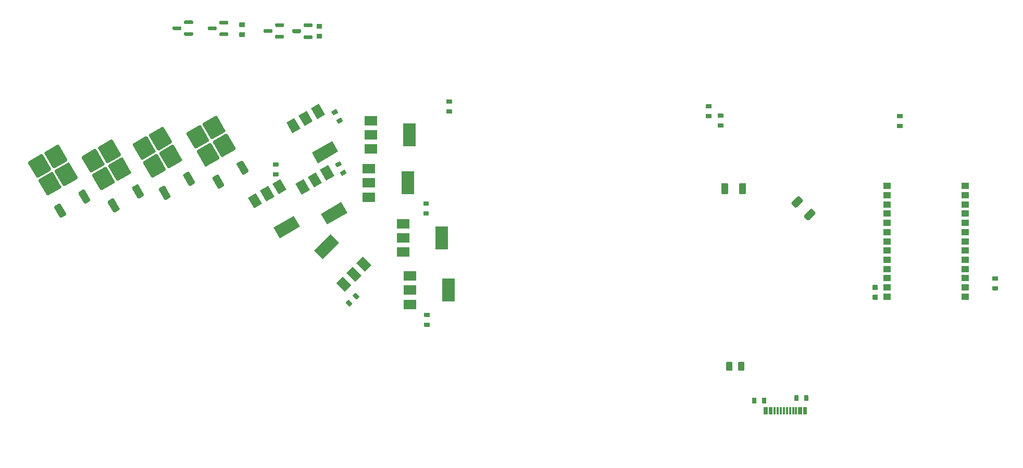
<source format=gtp>
G04 #@! TF.GenerationSoftware,KiCad,Pcbnew,7.0.9-7.0.9~ubuntu22.04.1*
G04 #@! TF.CreationDate,2023-12-29T21:24:17+00:00*
G04 #@! TF.ProjectId,uaeficopiedtovfr,75616566-6963-46f7-9069-6564746f7666,rev?*
G04 #@! TF.SameCoordinates,Original*
G04 #@! TF.FileFunction,Paste,Top*
G04 #@! TF.FilePolarity,Positive*
%FSLAX46Y46*%
G04 Gerber Fmt 4.6, Leading zero omitted, Abs format (unit mm)*
G04 Created by KiCad (PCBNEW 7.0.9-7.0.9~ubuntu22.04.1) date 2023-12-29 21:24:17*
%MOMM*%
%LPD*%
G01*
G04 APERTURE LIST*
%ADD10R,2.000000X1.500000*%
%ADD11R,2.000000X3.800000*%
%ADD12O,0.000001X0.000001*%
%ADD13R,0.300000X1.150000*%
%ADD14R,1.300000X1.000000*%
G04 APERTURE END LIST*
G04 #@! TO.C,R4*
G36*
G01*
X117650001Y15900000D02*
X117650001Y14650000D01*
G75*
G02*
X117550001Y14550000I-100000J0D01*
G01*
X116750001Y14550000D01*
G75*
G02*
X116650001Y14650000I0J100000D01*
G01*
X116650001Y15900000D01*
G75*
G02*
X116750001Y16000000I100000J0D01*
G01*
X117550001Y16000000D01*
G75*
G02*
X117650001Y15900000I0J-100000D01*
G01*
G37*
G36*
G01*
X115749979Y15900000D02*
X115749979Y14650000D01*
G75*
G02*
X115649979Y14550000I-100000J0D01*
G01*
X114849979Y14550000D01*
G75*
G02*
X114749979Y14650000I0J100000D01*
G01*
X114749979Y15900000D01*
G75*
G02*
X114849979Y16000000I100000J0D01*
G01*
X115649979Y16000000D01*
G75*
G02*
X115749979Y15900000I0J-100000D01*
G01*
G37*
G04 #@! TD*
G04 #@! TO.C,R1*
G36*
G01*
X142560000Y56325000D02*
X143340000Y56325000D01*
G75*
G02*
X143410000Y56255000I0J-70000D01*
G01*
X143410000Y55695000D01*
G75*
G02*
X143340000Y55625000I-70000J0D01*
G01*
X142560000Y55625000D01*
G75*
G02*
X142490000Y55695000I0J70000D01*
G01*
X142490000Y56255000D01*
G75*
G02*
X142560000Y56325000I70000J0D01*
G01*
G37*
G36*
G01*
X142560000Y54725000D02*
X143340000Y54725000D01*
G75*
G02*
X143410000Y54655000I0J-70000D01*
G01*
X143410000Y54095000D01*
G75*
G02*
X143340000Y54025000I-70000J0D01*
G01*
X142560000Y54025000D01*
G75*
G02*
X142490000Y54095000I0J70000D01*
G01*
X142490000Y54655000D01*
G75*
G02*
X142560000Y54725000I70000J0D01*
G01*
G37*
G04 #@! TD*
D10*
G04 #@! TO.C,Q14*
X56950000Y55200000D03*
X56950000Y52900000D03*
X56950000Y50600000D03*
D11*
X63250000Y52900000D03*
G04 #@! TD*
G04 #@! TO.C,Q8*
G36*
X48717339Y47244005D02*
G01*
X50016377Y47994005D01*
X51016377Y46261955D01*
X49717339Y45511955D01*
X48717339Y47244005D01*
G37*
G36*
X46725481Y46094005D02*
G01*
X48024519Y46844005D01*
X49024519Y45111955D01*
X47725481Y44361955D01*
X46725481Y46094005D01*
G37*
G36*
X44733623Y44944005D02*
G01*
X46032661Y45694005D01*
X47032661Y43961955D01*
X45733623Y43211955D01*
X44733623Y44944005D01*
G37*
G36*
X48879552Y40063045D02*
G01*
X52170448Y41963045D01*
X53170448Y40230995D01*
X49879552Y38330995D01*
X48879552Y40063045D01*
G37*
G04 #@! TD*
G04 #@! TO.C,R8*
G36*
G01*
X128100000Y10490000D02*
X128100000Y9710000D01*
G75*
G02*
X128030000Y9640000I-70000J0D01*
G01*
X127470000Y9640000D01*
G75*
G02*
X127400000Y9710000I0J70000D01*
G01*
X127400000Y10490000D01*
G75*
G02*
X127470000Y10560000I70000J0D01*
G01*
X128030000Y10560000D01*
G75*
G02*
X128100000Y10490000I0J-70000D01*
G01*
G37*
G36*
G01*
X126500000Y10490000D02*
X126500000Y9710000D01*
G75*
G02*
X126430000Y9640000I-70000J0D01*
G01*
X125870000Y9640000D01*
G75*
G02*
X125800000Y9710000I0J70000D01*
G01*
X125800000Y10490000D01*
G75*
G02*
X125870000Y10560000I70000J0D01*
G01*
X126430000Y10560000D01*
G75*
G02*
X126500000Y10490000I0J-70000D01*
G01*
G37*
G04 #@! TD*
G04 #@! TO.C,Q10*
G36*
X53838478Y28469491D02*
G01*
X52777818Y27408831D01*
X51363604Y28823045D01*
X52424264Y29883705D01*
X53838478Y28469491D01*
G37*
G36*
X55464823Y30095837D02*
G01*
X54404163Y29035177D01*
X52989949Y30449391D01*
X54050609Y31510051D01*
X55464823Y30095837D01*
G37*
G36*
X57091169Y31722182D02*
G01*
X56030509Y30661522D01*
X54616295Y32075736D01*
X55676955Y33136396D01*
X57091169Y31722182D01*
G37*
G36*
X51823224Y35363782D02*
G01*
X49136218Y32676776D01*
X47722004Y34090990D01*
X50409010Y36777996D01*
X51823224Y35363782D01*
G37*
G04 #@! TD*
G04 #@! TO.C,R32*
G36*
G01*
X65560000Y42100000D02*
X66340000Y42100000D01*
G75*
G02*
X66410000Y42030000I0J-70000D01*
G01*
X66410000Y41470000D01*
G75*
G02*
X66340000Y41400000I-70000J0D01*
G01*
X65560000Y41400000D01*
G75*
G02*
X65490000Y41470000I0J70000D01*
G01*
X65490000Y42030000D01*
G75*
G02*
X65560000Y42100000I70000J0D01*
G01*
G37*
G36*
G01*
X65560000Y40500000D02*
X66340000Y40500000D01*
G75*
G02*
X66410000Y40430000I0J-70000D01*
G01*
X66410000Y39870000D01*
G75*
G02*
X66340000Y39800000I-70000J0D01*
G01*
X65560000Y39800000D01*
G75*
G02*
X65490000Y39870000I0J70000D01*
G01*
X65490000Y40430000D01*
G75*
G02*
X65560000Y40500000I70000J0D01*
G01*
G37*
G04 #@! TD*
G04 #@! TO.C,R2*
G36*
G01*
X112290000Y55625000D02*
X111510000Y55625000D01*
G75*
G02*
X111440000Y55695000I0J70000D01*
G01*
X111440000Y56255000D01*
G75*
G02*
X111510000Y56325000I70000J0D01*
G01*
X112290000Y56325000D01*
G75*
G02*
X112360000Y56255000I0J-70000D01*
G01*
X112360000Y55695000D01*
G75*
G02*
X112290000Y55625000I-70000J0D01*
G01*
G37*
G36*
G01*
X112290000Y57225000D02*
X111510000Y57225000D01*
G75*
G02*
X111440000Y57295000I0J70000D01*
G01*
X111440000Y57855000D01*
G75*
G02*
X111510000Y57925000I70000J0D01*
G01*
X112290000Y57925000D01*
G75*
G02*
X112360000Y57855000I0J-70000D01*
G01*
X112360000Y57295000D01*
G75*
G02*
X112290000Y57225000I-70000J0D01*
G01*
G37*
G04 #@! TD*
G04 #@! TO.C,R31*
G36*
G01*
X66490000Y21700000D02*
X65710000Y21700000D01*
G75*
G02*
X65640000Y21770000I0J70000D01*
G01*
X65640000Y22330000D01*
G75*
G02*
X65710000Y22400000I70000J0D01*
G01*
X66490000Y22400000D01*
G75*
G02*
X66560000Y22330000I0J-70000D01*
G01*
X66560000Y21770000D01*
G75*
G02*
X66490000Y21700000I-70000J0D01*
G01*
G37*
G36*
G01*
X66490000Y23300000D02*
X65710000Y23300000D01*
G75*
G02*
X65640000Y23370000I0J70000D01*
G01*
X65640000Y23930000D01*
G75*
G02*
X65710000Y24000000I70000J0D01*
G01*
X66490000Y24000000D01*
G75*
G02*
X66560000Y23930000I0J-70000D01*
G01*
X66560000Y23370000D01*
G75*
G02*
X66490000Y23300000I-70000J0D01*
G01*
G37*
G04 #@! TD*
G04 #@! TO.C,R23*
G36*
G01*
X41110000Y48450000D02*
X41890000Y48450000D01*
G75*
G02*
X41960000Y48380000I0J-70000D01*
G01*
X41960000Y47820000D01*
G75*
G02*
X41890000Y47750000I-70000J0D01*
G01*
X41110000Y47750000D01*
G75*
G02*
X41040000Y47820000I0J70000D01*
G01*
X41040000Y48380000D01*
G75*
G02*
X41110000Y48450000I70000J0D01*
G01*
G37*
G36*
G01*
X41110000Y46850000D02*
X41890000Y46850000D01*
G75*
G02*
X41960000Y46780000I0J-70000D01*
G01*
X41960000Y46220000D01*
G75*
G02*
X41890000Y46150000I-70000J0D01*
G01*
X41110000Y46150000D01*
G75*
G02*
X41040000Y46220000I0J70000D01*
G01*
X41040000Y46780000D01*
G75*
G02*
X41110000Y46850000I70000J0D01*
G01*
G37*
G04 #@! TD*
D12*
G04 #@! TO.C,M8*
X145675004Y15375017D03*
X146444998Y550000D03*
X153424996Y1825034D03*
G04 #@! TD*
D10*
G04 #@! TO.C,Q16*
X62200000Y38450000D03*
X62200000Y36150000D03*
X62200000Y33850000D03*
D11*
X68500000Y36150000D03*
G04 #@! TD*
G04 #@! TO.C,Q9*
G36*
X40967339Y44994005D02*
G01*
X42266377Y45744005D01*
X43266377Y44011955D01*
X41967339Y43261955D01*
X40967339Y44994005D01*
G37*
G36*
X38975481Y43844005D02*
G01*
X40274519Y44594005D01*
X41274519Y42861955D01*
X39975481Y42111955D01*
X38975481Y43844005D01*
G37*
G36*
X36983623Y42694005D02*
G01*
X38282661Y43444005D01*
X39282661Y41711955D01*
X37983623Y40961955D01*
X36983623Y42694005D01*
G37*
G36*
X41129552Y37813045D02*
G01*
X44420448Y39713045D01*
X45420448Y37980995D01*
X42129552Y36080995D01*
X41129552Y37813045D01*
G37*
G04 #@! TD*
D10*
G04 #@! TO.C,Q13*
X56650000Y47400000D03*
X56650000Y45100000D03*
X56650000Y42800000D03*
D11*
X62950000Y45100000D03*
G04 #@! TD*
G04 #@! TO.C,R26*
G36*
G01*
X36440000Y68875000D02*
X35660000Y68875000D01*
G75*
G02*
X35590000Y68945000I0J70000D01*
G01*
X35590000Y69505000D01*
G75*
G02*
X35660000Y69575000I70000J0D01*
G01*
X36440000Y69575000D01*
G75*
G02*
X36510000Y69505000I0J-70000D01*
G01*
X36510000Y68945000D01*
G75*
G02*
X36440000Y68875000I-70000J0D01*
G01*
G37*
G36*
G01*
X36440000Y70475000D02*
X35660000Y70475000D01*
G75*
G02*
X35590000Y70545000I0J70000D01*
G01*
X35590000Y71105000D01*
G75*
G02*
X35660000Y71175000I70000J0D01*
G01*
X36440000Y71175000D01*
G75*
G02*
X36510000Y71105000I0J-70000D01*
G01*
X36510000Y70545000D01*
G75*
G02*
X36440000Y70475000I-70000J0D01*
G01*
G37*
G04 #@! TD*
G04 #@! TO.C,C1*
G36*
G01*
X139290000Y26084999D02*
X138610000Y26084999D01*
G75*
G02*
X138525000Y26169999I0J85000D01*
G01*
X138525000Y26849999D01*
G75*
G02*
X138610000Y26934999I85000J0D01*
G01*
X139290000Y26934999D01*
G75*
G02*
X139375000Y26849999I0J-85000D01*
G01*
X139375000Y26169999D01*
G75*
G02*
X139290000Y26084999I-85000J0D01*
G01*
G37*
G36*
G01*
X139290000Y27665001D02*
X138610000Y27665001D01*
G75*
G02*
X138525000Y27750001I0J85000D01*
G01*
X138525000Y28430001D01*
G75*
G02*
X138610000Y28515001I85000J0D01*
G01*
X139290000Y28515001D01*
G75*
G02*
X139375000Y28430001I0J-85000D01*
G01*
X139375000Y27750001D01*
G75*
G02*
X139290000Y27665001I-85000J0D01*
G01*
G37*
G04 #@! TD*
G04 #@! TO.C,Q7*
G36*
X47217339Y57219005D02*
G01*
X48516377Y57969005D01*
X49516377Y56236955D01*
X48217339Y55486955D01*
X47217339Y57219005D01*
G37*
G36*
X45225481Y56069005D02*
G01*
X46524519Y56819005D01*
X47524519Y55086955D01*
X46225481Y54336955D01*
X45225481Y56069005D01*
G37*
G36*
X43233623Y54919005D02*
G01*
X44532661Y55669005D01*
X45532661Y53936955D01*
X44233623Y53186955D01*
X43233623Y54919005D01*
G37*
G36*
X47379552Y50038045D02*
G01*
X50670448Y51938045D01*
X51670448Y50205995D01*
X48379552Y48305995D01*
X47379552Y50038045D01*
G37*
G04 #@! TD*
G04 #@! TO.C,R24*
G36*
G01*
X53462600Y25011056D02*
X52911056Y25562600D01*
G75*
G02*
X52911056Y25661594I49497J49497D01*
G01*
X53307036Y26057574D01*
G75*
G02*
X53406030Y26057574I49497J-49497D01*
G01*
X53957574Y25506030D01*
G75*
G02*
X53957574Y25407036I-49497J-49497D01*
G01*
X53561594Y25011056D01*
G75*
G02*
X53462600Y25011056I-49497J49497D01*
G01*
G37*
G36*
G01*
X54593970Y26142426D02*
X54042426Y26693970D01*
G75*
G02*
X54042426Y26792964I49497J49497D01*
G01*
X54438406Y27188944D01*
G75*
G02*
X54537400Y27188944I49497J-49497D01*
G01*
X55088944Y26637400D01*
G75*
G02*
X55088944Y26538406I-49497J-49497D01*
G01*
X54692964Y26142426D01*
G75*
G02*
X54593970Y26142426I-49497J49497D01*
G01*
G37*
G04 #@! TD*
D13*
G04 #@! TO.C,J9*
X121000000Y8020000D03*
X121800000Y8020000D03*
X123100000Y8020000D03*
X124100000Y8020000D03*
X124600000Y8020000D03*
X125600000Y8020000D03*
X126900000Y8020000D03*
X127700000Y8020000D03*
X127400000Y8020000D03*
X126600000Y8020000D03*
X126100000Y8020000D03*
X125100000Y8020000D03*
X123600000Y8020000D03*
X122600000Y8020000D03*
X122100000Y8020000D03*
X121300000Y8020000D03*
G04 #@! TD*
G04 #@! TO.C,Q3*
G36*
G01*
X24320382Y42714505D02*
X23714164Y42364505D01*
G75*
G02*
X23372658Y42456011I-125000J216506D01*
G01*
X22522658Y43928255D01*
G75*
G02*
X22614164Y44269761I216506J125000D01*
G01*
X23220382Y44619761D01*
G75*
G02*
X23561888Y44528255I125000J-216506D01*
G01*
X24411888Y43056011D01*
G75*
G02*
X24320382Y42714505I-216506J-125000D01*
G01*
G37*
G36*
G01*
X23545401Y47116812D02*
X21596843Y45991812D01*
G75*
G02*
X21255337Y46083318I-125000J216506D01*
G01*
X19980337Y48291682D01*
G75*
G02*
X20071843Y48633188I216506J125000D01*
G01*
X22020401Y49758188D01*
G75*
G02*
X22361907Y49666682I125000J-216506D01*
G01*
X23636907Y47458318D01*
G75*
G02*
X23545401Y47116812I-216506J-125000D01*
G01*
G37*
G36*
G01*
X26186779Y48641812D02*
X24238221Y47516812D01*
G75*
G02*
X23896715Y47608318I-125000J216506D01*
G01*
X22621715Y49816682D01*
G75*
G02*
X22713221Y50158188I216506J125000D01*
G01*
X24661779Y51283188D01*
G75*
G02*
X25003285Y51191682I125000J-216506D01*
G01*
X26278285Y48983318D01*
G75*
G02*
X26186779Y48641812I-216506J-125000D01*
G01*
G37*
G36*
G01*
X21870401Y50017998D02*
X19921843Y48892998D01*
G75*
G02*
X19580337Y48984504I-125000J216506D01*
G01*
X18305337Y51192868D01*
G75*
G02*
X18396843Y51534374I216506J125000D01*
G01*
X20345401Y52659374D01*
G75*
G02*
X20686907Y52567868I125000J-216506D01*
G01*
X21961907Y50359504D01*
G75*
G02*
X21870401Y50017998I-216506J-125000D01*
G01*
G37*
G36*
G01*
X24511779Y51542998D02*
X22563221Y50417998D01*
G75*
G02*
X22221715Y50509504I-125000J216506D01*
G01*
X20946715Y52717868D01*
G75*
G02*
X21038221Y53059374I216506J125000D01*
G01*
X22986779Y54184374D01*
G75*
G02*
X23328285Y54092868I125000J-216506D01*
G01*
X24603285Y51884504D01*
G75*
G02*
X24511779Y51542998I-216506J-125000D01*
G01*
G37*
G36*
G01*
X28269458Y44994505D02*
X27663240Y44644505D01*
G75*
G02*
X27321734Y44736011I-125000J216506D01*
G01*
X26471734Y46208255D01*
G75*
G02*
X26563240Y46549761I216506J125000D01*
G01*
X27169458Y46899761D01*
G75*
G02*
X27510964Y46808255I125000J-216506D01*
G01*
X28360964Y45336011D01*
G75*
G02*
X28269458Y44994505I-216506J-125000D01*
G01*
G37*
G04 #@! TD*
G04 #@! TO.C,D7*
G36*
G01*
X28075000Y69475000D02*
X28075000Y69175000D01*
G75*
G02*
X27925000Y69025000I-150000J0D01*
G01*
X26750000Y69025000D01*
G75*
G02*
X26600000Y69175000I0J150000D01*
G01*
X26600000Y69475000D01*
G75*
G02*
X26750000Y69625000I150000J0D01*
G01*
X27925000Y69625000D01*
G75*
G02*
X28075000Y69475000I0J-150000D01*
G01*
G37*
G36*
G01*
X26200000Y70425000D02*
X26200000Y70125000D01*
G75*
G02*
X26050000Y69975000I-150000J0D01*
G01*
X24875000Y69975000D01*
G75*
G02*
X24725000Y70125000I0J150000D01*
G01*
X24725000Y70425000D01*
G75*
G02*
X24875000Y70575000I150000J0D01*
G01*
X26050000Y70575000D01*
G75*
G02*
X26200000Y70425000I0J-150000D01*
G01*
G37*
G36*
G01*
X28075000Y71375000D02*
X28075000Y71075000D01*
G75*
G02*
X27925000Y70925000I-150000J0D01*
G01*
X26750000Y70925000D01*
G75*
G02*
X26600000Y71075000I0J150000D01*
G01*
X26600000Y71375000D01*
G75*
G02*
X26750000Y71525000I150000J0D01*
G01*
X27925000Y71525000D01*
G75*
G02*
X28075000Y71375000I0J-150000D01*
G01*
G37*
G04 #@! TD*
G04 #@! TO.C,R5*
G36*
G01*
X69310000Y58675000D02*
X70090000Y58675000D01*
G75*
G02*
X70160000Y58605000I0J-70000D01*
G01*
X70160000Y58045000D01*
G75*
G02*
X70090000Y57975000I-70000J0D01*
G01*
X69310000Y57975000D01*
G75*
G02*
X69240000Y58045000I0J70000D01*
G01*
X69240000Y58605000D01*
G75*
G02*
X69310000Y58675000I70000J0D01*
G01*
G37*
G36*
G01*
X69310000Y57075000D02*
X70090000Y57075000D01*
G75*
G02*
X70160000Y57005000I0J-70000D01*
G01*
X70160000Y56445000D01*
G75*
G02*
X70090000Y56375000I-70000J0D01*
G01*
X69310000Y56375000D01*
G75*
G02*
X69240000Y56445000I0J70000D01*
G01*
X69240000Y57005000D01*
G75*
G02*
X69310000Y57075000I70000J0D01*
G01*
G37*
G04 #@! TD*
G04 #@! TO.C,Q1*
G36*
G01*
X33028571Y44526412D02*
X32422353Y44176412D01*
G75*
G02*
X32080847Y44267918I-125000J216506D01*
G01*
X31230847Y45740162D01*
G75*
G02*
X31322353Y46081668I216506J125000D01*
G01*
X31928571Y46431668D01*
G75*
G02*
X32270077Y46340162I125000J-216506D01*
G01*
X33120077Y44867918D01*
G75*
G02*
X33028571Y44526412I-216506J-125000D01*
G01*
G37*
G36*
G01*
X32253590Y48928719D02*
X30305032Y47803719D01*
G75*
G02*
X29963526Y47895225I-125000J216506D01*
G01*
X28688526Y50103589D01*
G75*
G02*
X28780032Y50445095I216506J125000D01*
G01*
X30728590Y51570095D01*
G75*
G02*
X31070096Y51478589I125000J-216506D01*
G01*
X32345096Y49270225D01*
G75*
G02*
X32253590Y48928719I-216506J-125000D01*
G01*
G37*
G36*
G01*
X34894968Y50453719D02*
X32946410Y49328719D01*
G75*
G02*
X32604904Y49420225I-125000J216506D01*
G01*
X31329904Y51628589D01*
G75*
G02*
X31421410Y51970095I216506J125000D01*
G01*
X33369968Y53095095D01*
G75*
G02*
X33711474Y53003589I125000J-216506D01*
G01*
X34986474Y50795225D01*
G75*
G02*
X34894968Y50453719I-216506J-125000D01*
G01*
G37*
G36*
G01*
X30578590Y51829905D02*
X28630032Y50704905D01*
G75*
G02*
X28288526Y50796411I-125000J216506D01*
G01*
X27013526Y53004775D01*
G75*
G02*
X27105032Y53346281I216506J125000D01*
G01*
X29053590Y54471281D01*
G75*
G02*
X29395096Y54379775I125000J-216506D01*
G01*
X30670096Y52171411D01*
G75*
G02*
X30578590Y51829905I-216506J-125000D01*
G01*
G37*
G36*
G01*
X33219968Y53354905D02*
X31271410Y52229905D01*
G75*
G02*
X30929904Y52321411I-125000J216506D01*
G01*
X29654904Y54529775D01*
G75*
G02*
X29746410Y54871281I216506J125000D01*
G01*
X31694968Y55996281D01*
G75*
G02*
X32036474Y55904775I125000J-216506D01*
G01*
X33311474Y53696411D01*
G75*
G02*
X33219968Y53354905I-216506J-125000D01*
G01*
G37*
G36*
G01*
X36977647Y46806412D02*
X36371429Y46456412D01*
G75*
G02*
X36029923Y46547918I-125000J216506D01*
G01*
X35179923Y48020162D01*
G75*
G02*
X35271429Y48361668I216506J125000D01*
G01*
X35877647Y48711668D01*
G75*
G02*
X36219153Y48620162I125000J-216506D01*
G01*
X37069153Y47147918D01*
G75*
G02*
X36977647Y46806412I-216506J-125000D01*
G01*
G37*
G04 #@! TD*
G04 #@! TO.C,R25*
G36*
G01*
X48990000Y68625000D02*
X48210000Y68625000D01*
G75*
G02*
X48140000Y68695000I0J70000D01*
G01*
X48140000Y69255000D01*
G75*
G02*
X48210000Y69325000I70000J0D01*
G01*
X48990000Y69325000D01*
G75*
G02*
X49060000Y69255000I0J-70000D01*
G01*
X49060000Y68695000D01*
G75*
G02*
X48990000Y68625000I-70000J0D01*
G01*
G37*
G36*
G01*
X48990000Y70225000D02*
X48210000Y70225000D01*
G75*
G02*
X48140000Y70295000I0J70000D01*
G01*
X48140000Y70855000D01*
G75*
G02*
X48210000Y70925000I70000J0D01*
G01*
X48990000Y70925000D01*
G75*
G02*
X49060000Y70855000I0J-70000D01*
G01*
X49060000Y70295000D01*
G75*
G02*
X48990000Y70225000I-70000J0D01*
G01*
G37*
G04 #@! TD*
G04 #@! TO.C,R6*
G36*
G01*
X158840000Y27625000D02*
X158060000Y27625000D01*
G75*
G02*
X157990000Y27695000I0J70000D01*
G01*
X157990000Y28255000D01*
G75*
G02*
X158060000Y28325000I70000J0D01*
G01*
X158840000Y28325000D01*
G75*
G02*
X158910000Y28255000I0J-70000D01*
G01*
X158910000Y27695000D01*
G75*
G02*
X158840000Y27625000I-70000J0D01*
G01*
G37*
G36*
G01*
X158840000Y29225000D02*
X158060000Y29225000D01*
G75*
G02*
X157990000Y29295000I0J70000D01*
G01*
X157990000Y29855000D01*
G75*
G02*
X158060000Y29925000I70000J0D01*
G01*
X158840000Y29925000D01*
G75*
G02*
X158910000Y29855000I0J-70000D01*
G01*
X158910000Y29295000D01*
G75*
G02*
X158840000Y29225000I-70000J0D01*
G01*
G37*
G04 #@! TD*
G04 #@! TO.C,Q4*
G36*
G01*
X16028571Y40651412D02*
X15422353Y40301412D01*
G75*
G02*
X15080847Y40392918I-125000J216506D01*
G01*
X14230847Y41865162D01*
G75*
G02*
X14322353Y42206668I216506J125000D01*
G01*
X14928571Y42556668D01*
G75*
G02*
X15270077Y42465162I125000J-216506D01*
G01*
X16120077Y40992918D01*
G75*
G02*
X16028571Y40651412I-216506J-125000D01*
G01*
G37*
G36*
G01*
X15253590Y45053719D02*
X13305032Y43928719D01*
G75*
G02*
X12963526Y44020225I-125000J216506D01*
G01*
X11688526Y46228589D01*
G75*
G02*
X11780032Y46570095I216506J125000D01*
G01*
X13728590Y47695095D01*
G75*
G02*
X14070096Y47603589I125000J-216506D01*
G01*
X15345096Y45395225D01*
G75*
G02*
X15253590Y45053719I-216506J-125000D01*
G01*
G37*
G36*
G01*
X17894968Y46578719D02*
X15946410Y45453719D01*
G75*
G02*
X15604904Y45545225I-125000J216506D01*
G01*
X14329904Y47753589D01*
G75*
G02*
X14421410Y48095095I216506J125000D01*
G01*
X16369968Y49220095D01*
G75*
G02*
X16711474Y49128589I125000J-216506D01*
G01*
X17986474Y46920225D01*
G75*
G02*
X17894968Y46578719I-216506J-125000D01*
G01*
G37*
G36*
G01*
X13578590Y47954905D02*
X11630032Y46829905D01*
G75*
G02*
X11288526Y46921411I-125000J216506D01*
G01*
X10013526Y49129775D01*
G75*
G02*
X10105032Y49471281I216506J125000D01*
G01*
X12053590Y50596281D01*
G75*
G02*
X12395096Y50504775I125000J-216506D01*
G01*
X13670096Y48296411D01*
G75*
G02*
X13578590Y47954905I-216506J-125000D01*
G01*
G37*
G36*
G01*
X16219968Y49479905D02*
X14271410Y48354905D01*
G75*
G02*
X13929904Y48446411I-125000J216506D01*
G01*
X12654904Y50654775D01*
G75*
G02*
X12746410Y50996281I216506J125000D01*
G01*
X14694968Y52121281D01*
G75*
G02*
X15036474Y52029775I125000J-216506D01*
G01*
X16311474Y49821411D01*
G75*
G02*
X16219968Y49479905I-216506J-125000D01*
G01*
G37*
G36*
G01*
X19977647Y42931412D02*
X19371429Y42581412D01*
G75*
G02*
X19029923Y42672918I-125000J216506D01*
G01*
X18179923Y44145162D01*
G75*
G02*
X18271429Y44486668I216506J125000D01*
G01*
X18877647Y44836668D01*
G75*
G02*
X19219153Y44745162I125000J-216506D01*
G01*
X20069153Y43272918D01*
G75*
G02*
X19977647Y42931412I-216506J-125000D01*
G01*
G37*
G04 #@! TD*
G04 #@! TO.C,Q12*
G36*
G01*
X33812500Y69425000D02*
X33812500Y69125000D01*
G75*
G02*
X33662500Y68975000I-150000J0D01*
G01*
X32487500Y68975000D01*
G75*
G02*
X32337500Y69125000I0J150000D01*
G01*
X32337500Y69425000D01*
G75*
G02*
X32487500Y69575000I150000J0D01*
G01*
X33662500Y69575000D01*
G75*
G02*
X33812500Y69425000I0J-150000D01*
G01*
G37*
G36*
G01*
X31937500Y70375000D02*
X31937500Y70075000D01*
G75*
G02*
X31787500Y69925000I-150000J0D01*
G01*
X30612500Y69925000D01*
G75*
G02*
X30462500Y70075000I0J150000D01*
G01*
X30462500Y70375000D01*
G75*
G02*
X30612500Y70525000I150000J0D01*
G01*
X31787500Y70525000D01*
G75*
G02*
X31937500Y70375000I0J-150000D01*
G01*
G37*
G36*
G01*
X33812500Y71325000D02*
X33812500Y71025000D01*
G75*
G02*
X33662500Y70875000I-150000J0D01*
G01*
X32487500Y70875000D01*
G75*
G02*
X32337500Y71025000I0J150000D01*
G01*
X32337500Y71325000D01*
G75*
G02*
X32487500Y71475000I150000J0D01*
G01*
X33662500Y71475000D01*
G75*
G02*
X33812500Y71325000I0J-150000D01*
G01*
G37*
G04 #@! TD*
G04 #@! TO.C,D6*
G36*
G01*
X42875000Y69025000D02*
X42875000Y68725000D01*
G75*
G02*
X42725000Y68575000I-150000J0D01*
G01*
X41550000Y68575000D01*
G75*
G02*
X41400000Y68725000I0J150000D01*
G01*
X41400000Y69025000D01*
G75*
G02*
X41550000Y69175000I150000J0D01*
G01*
X42725000Y69175000D01*
G75*
G02*
X42875000Y69025000I0J-150000D01*
G01*
G37*
G36*
G01*
X41000000Y69975000D02*
X41000000Y69675000D01*
G75*
G02*
X40850000Y69525000I-150000J0D01*
G01*
X39675000Y69525000D01*
G75*
G02*
X39525000Y69675000I0J150000D01*
G01*
X39525000Y69975000D01*
G75*
G02*
X39675000Y70125000I150000J0D01*
G01*
X40850000Y70125000D01*
G75*
G02*
X41000000Y69975000I0J-150000D01*
G01*
G37*
G36*
G01*
X42875000Y70925000D02*
X42875000Y70625000D01*
G75*
G02*
X42725000Y70475000I-150000J0D01*
G01*
X41550000Y70475000D01*
G75*
G02*
X41400000Y70625000I0J150000D01*
G01*
X41400000Y70925000D01*
G75*
G02*
X41550000Y71075000I150000J0D01*
G01*
X42725000Y71075000D01*
G75*
G02*
X42875000Y70925000I0J-150000D01*
G01*
G37*
G04 #@! TD*
D10*
G04 #@! TO.C,Q15*
X63300000Y29950000D03*
X63300000Y27650000D03*
X63300000Y25350000D03*
D11*
X69600000Y27650000D03*
G04 #@! TD*
G04 #@! TO.C,R21*
G36*
G01*
X52412750Y55124071D02*
X51737250Y54734071D01*
G75*
G02*
X51641628Y54759693I-35000J60622D01*
G01*
X51361628Y55244667D01*
G75*
G02*
X51387250Y55340289I60622J35000D01*
G01*
X52062750Y55730289D01*
G75*
G02*
X52158372Y55704667I35000J-60622D01*
G01*
X52438372Y55219693D01*
G75*
G02*
X52412750Y55124071I-60622J-35000D01*
G01*
G37*
G36*
G01*
X51612750Y56509711D02*
X50937250Y56119711D01*
G75*
G02*
X50841628Y56145333I-35000J60622D01*
G01*
X50561628Y56630307D01*
G75*
G02*
X50587250Y56725929I60622J35000D01*
G01*
X51262750Y57115929D01*
G75*
G02*
X51358372Y57090307I35000J-60622D01*
G01*
X51638372Y56605333D01*
G75*
G02*
X51612750Y56509711I-60622J-35000D01*
G01*
G37*
G04 #@! TD*
G04 #@! TO.C,Q11*
G36*
G01*
X47525000Y68975000D02*
X47525000Y68675000D01*
G75*
G02*
X47375000Y68525000I-150000J0D01*
G01*
X46200000Y68525000D01*
G75*
G02*
X46050000Y68675000I0J150000D01*
G01*
X46050000Y68975000D01*
G75*
G02*
X46200000Y69125000I150000J0D01*
G01*
X47375000Y69125000D01*
G75*
G02*
X47525000Y68975000I0J-150000D01*
G01*
G37*
G36*
G01*
X45650000Y69925000D02*
X45650000Y69625000D01*
G75*
G02*
X45500000Y69475000I-150000J0D01*
G01*
X44325000Y69475000D01*
G75*
G02*
X44175000Y69625000I0J150000D01*
G01*
X44175000Y69925000D01*
G75*
G02*
X44325000Y70075000I150000J0D01*
G01*
X45500000Y70075000D01*
G75*
G02*
X45650000Y69925000I0J-150000D01*
G01*
G37*
G36*
G01*
X47525000Y70875000D02*
X47525000Y70575000D01*
G75*
G02*
X47375000Y70425000I-150000J0D01*
G01*
X46200000Y70425000D01*
G75*
G02*
X46050000Y70575000I0J150000D01*
G01*
X46050000Y70875000D01*
G75*
G02*
X46200000Y71025000I150000J0D01*
G01*
X47375000Y71025000D01*
G75*
G02*
X47525000Y70875000I0J-150000D01*
G01*
G37*
G04 #@! TD*
G04 #@! TO.C,F2*
G36*
G01*
X114844990Y43275000D02*
X114154990Y43275000D01*
G75*
G02*
X113924990Y43505000I0J230000D01*
G01*
X113924990Y44845000D01*
G75*
G02*
X114154990Y45075000I230000J0D01*
G01*
X114844990Y45075000D01*
G75*
G02*
X115074990Y44845000I0J-230000D01*
G01*
X115074990Y43505000D01*
G75*
G02*
X114844990Y43275000I-230000J0D01*
G01*
G37*
G36*
G01*
X117745010Y43275000D02*
X117055010Y43275000D01*
G75*
G02*
X116825010Y43505000I0J230000D01*
G01*
X116825010Y44845000D01*
G75*
G02*
X117055010Y45075000I230000J0D01*
G01*
X117745010Y45075000D01*
G75*
G02*
X117975010Y44845000I0J-230000D01*
G01*
X117975010Y43505000D01*
G75*
G02*
X117745010Y43275000I-230000J0D01*
G01*
G37*
G04 #@! TD*
D14*
G04 #@! TO.C,U2*
X140862500Y44600000D03*
X140862500Y43100000D03*
X140862500Y41600000D03*
X140862500Y40100000D03*
X140862500Y38600000D03*
X140862500Y37100000D03*
X140862500Y35600000D03*
X140862500Y34100000D03*
X140862500Y32600000D03*
X140862500Y31100000D03*
X140862500Y29600000D03*
X140862500Y28100000D03*
X140862500Y26600000D03*
X153562500Y26600000D03*
X153562500Y28100000D03*
X153562500Y29600000D03*
X153562500Y31100000D03*
X153562500Y32600000D03*
X153562500Y34100000D03*
X153562500Y35600000D03*
X153562500Y37100000D03*
X153562500Y38600000D03*
X153562500Y40100000D03*
X153562500Y41600000D03*
X153562500Y43100000D03*
X153562500Y44600000D03*
G04 #@! TD*
G04 #@! TO.C,Q2*
G36*
G01*
X7320382Y39814505D02*
X6714164Y39464505D01*
G75*
G02*
X6372658Y39556011I-125000J216506D01*
G01*
X5522658Y41028255D01*
G75*
G02*
X5614164Y41369761I216506J125000D01*
G01*
X6220382Y41719761D01*
G75*
G02*
X6561888Y41628255I125000J-216506D01*
G01*
X7411888Y40156011D01*
G75*
G02*
X7320382Y39814505I-216506J-125000D01*
G01*
G37*
G36*
G01*
X6545401Y44216812D02*
X4596843Y43091812D01*
G75*
G02*
X4255337Y43183318I-125000J216506D01*
G01*
X2980337Y45391682D01*
G75*
G02*
X3071843Y45733188I216506J125000D01*
G01*
X5020401Y46858188D01*
G75*
G02*
X5361907Y46766682I125000J-216506D01*
G01*
X6636907Y44558318D01*
G75*
G02*
X6545401Y44216812I-216506J-125000D01*
G01*
G37*
G36*
G01*
X9186779Y45741812D02*
X7238221Y44616812D01*
G75*
G02*
X6896715Y44708318I-125000J216506D01*
G01*
X5621715Y46916682D01*
G75*
G02*
X5713221Y47258188I216506J125000D01*
G01*
X7661779Y48383188D01*
G75*
G02*
X8003285Y48291682I125000J-216506D01*
G01*
X9278285Y46083318D01*
G75*
G02*
X9186779Y45741812I-216506J-125000D01*
G01*
G37*
G36*
G01*
X4870401Y47117998D02*
X2921843Y45992998D01*
G75*
G02*
X2580337Y46084504I-125000J216506D01*
G01*
X1305337Y48292868D01*
G75*
G02*
X1396843Y48634374I216506J125000D01*
G01*
X3345401Y49759374D01*
G75*
G02*
X3686907Y49667868I125000J-216506D01*
G01*
X4961907Y47459504D01*
G75*
G02*
X4870401Y47117998I-216506J-125000D01*
G01*
G37*
G36*
G01*
X7511779Y48642998D02*
X5563221Y47517998D01*
G75*
G02*
X5221715Y47609504I-125000J216506D01*
G01*
X3946715Y49817868D01*
G75*
G02*
X4038221Y50159374I216506J125000D01*
G01*
X5986779Y51284374D01*
G75*
G02*
X6328285Y51192868I125000J-216506D01*
G01*
X7603285Y48984504D01*
G75*
G02*
X7511779Y48642998I-216506J-125000D01*
G01*
G37*
G36*
G01*
X11269458Y42094505D02*
X10663240Y41744505D01*
G75*
G02*
X10321734Y41836011I-125000J216506D01*
G01*
X9471734Y43308255D01*
G75*
G02*
X9563240Y43649761I216506J125000D01*
G01*
X10169458Y43999761D01*
G75*
G02*
X10510964Y43908255I125000J-216506D01*
G01*
X11360964Y42436011D01*
G75*
G02*
X11269458Y42094505I-216506J-125000D01*
G01*
G37*
G04 #@! TD*
G04 #@! TO.C,F1*
G36*
G01*
X125882243Y41119964D02*
X125394340Y41607867D01*
G75*
G02*
X125394340Y41933137I162635J162635D01*
G01*
X126341863Y42880660D01*
G75*
G02*
X126667133Y42880660I162635J-162635D01*
G01*
X127155036Y42392757D01*
G75*
G02*
X127155036Y42067487I-162635J-162635D01*
G01*
X126207513Y41119964D01*
G75*
G02*
X125882243Y41119964I-162635J162635D01*
G01*
G37*
G36*
G01*
X127932867Y39069340D02*
X127444964Y39557243D01*
G75*
G02*
X127444964Y39882513I162635J162635D01*
G01*
X128392487Y40830036D01*
G75*
G02*
X128717757Y40830036I162635J-162635D01*
G01*
X129205660Y40342133D01*
G75*
G02*
X129205660Y40016863I-162635J-162635D01*
G01*
X128258137Y39069340D01*
G75*
G02*
X127932867Y39069340I-162635J162635D01*
G01*
G37*
G04 #@! TD*
G04 #@! TO.C,R3*
G36*
G01*
X114190000Y54075000D02*
X113410000Y54075000D01*
G75*
G02*
X113340000Y54145000I0J70000D01*
G01*
X113340000Y54705000D01*
G75*
G02*
X113410000Y54775000I70000J0D01*
G01*
X114190000Y54775000D01*
G75*
G02*
X114260000Y54705000I0J-70000D01*
G01*
X114260000Y54145000D01*
G75*
G02*
X114190000Y54075000I-70000J0D01*
G01*
G37*
G36*
G01*
X114190000Y55675000D02*
X113410000Y55675000D01*
G75*
G02*
X113340000Y55745000I0J70000D01*
G01*
X113340000Y56305000D01*
G75*
G02*
X113410000Y56375000I70000J0D01*
G01*
X114190000Y56375000D01*
G75*
G02*
X114260000Y56305000I0J-70000D01*
G01*
X114260000Y55745000D01*
G75*
G02*
X114190000Y55675000I-70000J0D01*
G01*
G37*
G04 #@! TD*
G04 #@! TO.C,R22*
G36*
G01*
X53012750Y46649071D02*
X52337250Y46259071D01*
G75*
G02*
X52241628Y46284693I-35000J60622D01*
G01*
X51961628Y46769667D01*
G75*
G02*
X51987250Y46865289I60622J35000D01*
G01*
X52662750Y47255289D01*
G75*
G02*
X52758372Y47229667I35000J-60622D01*
G01*
X53038372Y46744693D01*
G75*
G02*
X53012750Y46649071I-60622J-35000D01*
G01*
G37*
G36*
G01*
X52212750Y48034711D02*
X51537250Y47644711D01*
G75*
G02*
X51441628Y47670333I-35000J60622D01*
G01*
X51161628Y48155307D01*
G75*
G02*
X51187250Y48250929I60622J35000D01*
G01*
X51862750Y48640929D01*
G75*
G02*
X51958372Y48615307I35000J-60622D01*
G01*
X52238372Y48130333D01*
G75*
G02*
X52212750Y48034711I-60622J-35000D01*
G01*
G37*
G04 #@! TD*
G04 #@! TO.C,R7*
G36*
G01*
X118950000Y9310000D02*
X118950000Y10090000D01*
G75*
G02*
X119020000Y10160000I70000J0D01*
G01*
X119580000Y10160000D01*
G75*
G02*
X119650000Y10090000I0J-70000D01*
G01*
X119650000Y9310000D01*
G75*
G02*
X119580000Y9240000I-70000J0D01*
G01*
X119020000Y9240000D01*
G75*
G02*
X118950000Y9310000I0J70000D01*
G01*
G37*
G36*
G01*
X120550000Y9310000D02*
X120550000Y10090000D01*
G75*
G02*
X120620000Y10160000I70000J0D01*
G01*
X121180000Y10160000D01*
G75*
G02*
X121250000Y10090000I0J-70000D01*
G01*
X121250000Y9310000D01*
G75*
G02*
X121180000Y9240000I-70000J0D01*
G01*
X120620000Y9240000D01*
G75*
G02*
X120550000Y9310000I0J70000D01*
G01*
G37*
G04 #@! TD*
M02*

</source>
